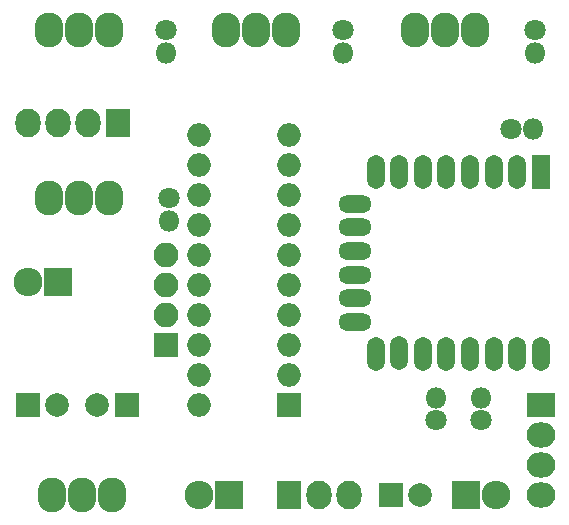
<source format=gts>
G04 #@! TF.FileFunction,Soldermask,Top*
%FSLAX46Y46*%
G04 Gerber Fmt 4.6, Leading zero omitted, Abs format (unit mm)*
G04 Created by KiCad (PCBNEW 4.0.5) date 02/10/17 18:58:16*
%MOMM*%
%LPD*%
G01*
G04 APERTURE LIST*
%ADD10C,0.100000*%
%ADD11R,2.000000X2.000000*%
%ADD12C,2.000000*%
%ADD13R,1.500000X2.900000*%
%ADD14O,1.500000X2.900000*%
%ADD15O,2.800000X1.500000*%
%ADD16O,2.432000X2.940000*%
%ADD17R,2.100000X2.100000*%
%ADD18O,2.100000X2.100000*%
%ADD19C,1.800000*%
%ADD20O,1.800000X1.800000*%
%ADD21R,2.432000X2.127200*%
%ADD22O,2.432000X2.127200*%
%ADD23R,2.127200X2.432000*%
%ADD24O,2.127200X2.432000*%
%ADD25R,2.432000X2.432000*%
%ADD26O,2.432000X2.432000*%
%ADD27O,2.000000X2.000000*%
G04 APERTURE END LIST*
D10*
D11*
X110490000Y-109220000D03*
D12*
X112990000Y-109220000D03*
D13*
X123190000Y-81850000D03*
D14*
X121190000Y-81850000D03*
X119190000Y-81850000D03*
X117190000Y-81850000D03*
X115190000Y-81850000D03*
X113190000Y-81850000D03*
X111190000Y-81850000D03*
X109190000Y-81850000D03*
X109190000Y-97250000D03*
X111190000Y-97150000D03*
X113190000Y-97250000D03*
X115190000Y-97250000D03*
X117190000Y-97250000D03*
X119190000Y-97250000D03*
X121190000Y-97250000D03*
X123190000Y-97250000D03*
D15*
X107440000Y-84540000D03*
X107440000Y-86540000D03*
X107440000Y-88540000D03*
X107440000Y-90540000D03*
X107440000Y-92540000D03*
X107440000Y-94540000D03*
D16*
X99060000Y-69850000D03*
X96520000Y-69850000D03*
X101600000Y-69850000D03*
X84074000Y-84074000D03*
X81534000Y-84074000D03*
X86614000Y-84074000D03*
X115062000Y-69850000D03*
X112522000Y-69850000D03*
X117602000Y-69850000D03*
D17*
X91440000Y-96520000D03*
D18*
X91440000Y-93980000D03*
X91440000Y-91440000D03*
X91440000Y-88900000D03*
D19*
X122682000Y-69850000D03*
D20*
X122682000Y-71750000D03*
D19*
X106426000Y-69850000D03*
D20*
X106426000Y-71750000D03*
D19*
X91440000Y-69850000D03*
D20*
X91440000Y-71750000D03*
D19*
X91694000Y-84074000D03*
D20*
X91694000Y-85974000D03*
D21*
X123190000Y-101600000D03*
D22*
X123190000Y-104140000D03*
X123190000Y-106680000D03*
X123190000Y-109220000D03*
D23*
X87376000Y-77724000D03*
D24*
X84836000Y-77724000D03*
X82296000Y-77724000D03*
X79756000Y-77724000D03*
D25*
X82296000Y-91186000D03*
D26*
X79756000Y-91186000D03*
D19*
X118110000Y-102870000D03*
D20*
X118110000Y-100970000D03*
D19*
X120650000Y-78232000D03*
D20*
X122550000Y-78232000D03*
D16*
X84074000Y-69850000D03*
X81534000Y-69850000D03*
X86614000Y-69850000D03*
D11*
X101854000Y-101600000D03*
D27*
X94234000Y-78740000D03*
X101854000Y-99060000D03*
X94234000Y-81280000D03*
X101854000Y-96520000D03*
X94234000Y-83820000D03*
X101854000Y-93980000D03*
X94234000Y-86360000D03*
X101854000Y-91440000D03*
X94234000Y-88900000D03*
X101854000Y-88900000D03*
X94234000Y-91440000D03*
X101854000Y-86360000D03*
X94234000Y-93980000D03*
X101854000Y-83820000D03*
X94234000Y-96520000D03*
X101854000Y-81280000D03*
X94234000Y-99060000D03*
X101854000Y-78740000D03*
X94234000Y-101600000D03*
D25*
X96774000Y-109220000D03*
D26*
X94234000Y-109220000D03*
D25*
X116840000Y-109220000D03*
D26*
X119380000Y-109220000D03*
D23*
X101854000Y-109220000D03*
D24*
X104394000Y-109220000D03*
X106934000Y-109220000D03*
D19*
X114300000Y-102870000D03*
D20*
X114300000Y-100970000D03*
D16*
X84328000Y-109220000D03*
X86868000Y-109220000D03*
X81788000Y-109220000D03*
D11*
X79756000Y-101600000D03*
D12*
X82256000Y-101600000D03*
D11*
X88138000Y-101600000D03*
D12*
X85638000Y-101600000D03*
M02*

</source>
